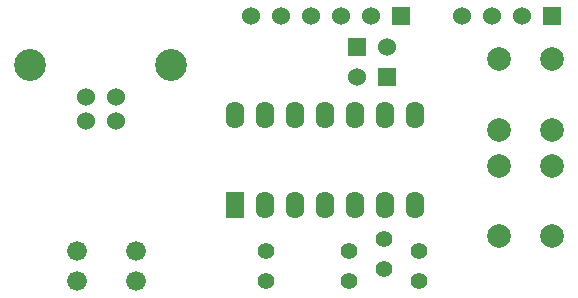
<source format=gts>
G04 (created by PCBNEW (2013-07-07 BZR 4022)-stable) date 07/09/2014 13:51:04*
%MOIN*%
G04 Gerber Fmt 3.4, Leading zero omitted, Abs format*
%FSLAX34Y34*%
G01*
G70*
G90*
G04 APERTURE LIST*
%ADD10C,0.00590551*%
%ADD11R,0.06X0.06*%
%ADD12C,0.06*%
%ADD13C,0.1063*%
%ADD14C,0.0787402*%
%ADD15C,0.055*%
%ADD16C,0.066*%
%ADD17R,0.062X0.09*%
%ADD18O,0.062X0.09*%
G04 APERTURE END LIST*
G54D10*
G54D11*
X56476Y-22362D03*
G54D12*
X53476Y-22362D03*
X55476Y-22362D03*
X52476Y-22362D03*
X54476Y-22362D03*
X51476Y-22362D03*
X45956Y-25865D03*
X46956Y-25865D03*
X46956Y-25078D03*
X45956Y-25078D03*
G54D13*
X44094Y-24015D03*
X48818Y-24015D03*
G54D14*
X59744Y-29724D03*
X59744Y-27362D03*
X61515Y-29724D03*
X61515Y-27362D03*
X59744Y-26181D03*
X59744Y-23818D03*
X61515Y-26181D03*
X61515Y-23818D03*
G54D15*
X54724Y-30208D03*
X54724Y-31208D03*
X55905Y-30814D03*
X55905Y-29814D03*
X57086Y-30208D03*
X57086Y-31208D03*
X51968Y-30208D03*
X51968Y-31208D03*
G54D11*
X61500Y-22362D03*
G54D12*
X60500Y-22362D03*
X59500Y-22362D03*
X58500Y-22362D03*
G54D11*
X55000Y-23400D03*
G54D12*
X56000Y-23400D03*
G54D11*
X56000Y-24400D03*
G54D12*
X55000Y-24400D03*
G54D16*
X45669Y-31208D03*
X45669Y-30208D03*
X47637Y-31208D03*
X47637Y-30208D03*
G54D17*
X50937Y-28665D03*
G54D18*
X51937Y-28665D03*
X52937Y-28665D03*
X53937Y-28665D03*
X54937Y-28665D03*
X55937Y-28665D03*
X56937Y-28665D03*
X56937Y-25665D03*
X55937Y-25665D03*
X54937Y-25665D03*
X53937Y-25665D03*
X52937Y-25665D03*
X51937Y-25665D03*
X50937Y-25665D03*
M02*

</source>
